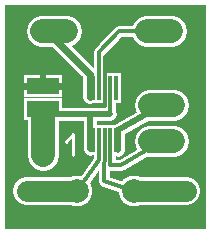
<source format=gbr>
%FSLAX34Y34*%
%MOMM*%
%LNCOPPER_TOP*%
G71*
G01*
%ADD10R, 0.900X2.600*%
%ADD11C, 2.600*%
%ADD12C, 2.600*%
%ADD13C, 0.900*%
%ADD14C, 1.200*%
%ADD15C, 1.100*%
%ADD16C, 0.222*%
%ADD17R, 3.300X1.950*%
%ADD18C, 2.400*%
%ADD19C, 0.300*%
%ADD20C, 0.518*%
%ADD21R, 0.300X2.000*%
%ADD22C, 2.000*%
%ADD23C, 2.000*%
%ADD24C, 0.600*%
%ADD25C, 0.500*%
%ADD26R, 2.700X1.350*%
%ADD27C, 1.800*%
%LPD*%
G36*
X0Y-125D02*
X170000Y-125D01*
X170000Y-190125D01*
X0Y-190125D01*
X0Y-125D01*
G37*
%LPC*%
X74295Y-70713D02*
G54D10*
D03*
X79295Y-70713D02*
G54D10*
D03*
X84295Y-70713D02*
G54D10*
D03*
X89295Y-70713D02*
G54D10*
D03*
X94295Y-70713D02*
G54D10*
D03*
X74295Y-114713D02*
G54D10*
D03*
X79295Y-114713D02*
G54D10*
D03*
X84295Y-114713D02*
G54D10*
D03*
X89295Y-114713D02*
G54D10*
D03*
X94295Y-114713D02*
G54D10*
D03*
G54D11*
X31750Y-127475D02*
X31750Y-107475D01*
G54D11*
X122556Y-115094D02*
X142556Y-115094D01*
G54D11*
X31275Y-22225D02*
X51275Y-22225D01*
G54D11*
X120175Y-22225D02*
X140175Y-22225D01*
G54D11*
X122556Y-84931D02*
X142556Y-84931D01*
X109504Y-157629D02*
G54D12*
D03*
X61104Y-157629D02*
G54D12*
D03*
G54D13*
X84295Y-117888D02*
X84138Y-148828D01*
X109504Y-157629D01*
G54D13*
X79295Y-117888D02*
X79375Y-131366D01*
X61211Y-157606D01*
G54D11*
X31750Y-117475D02*
X31805Y-92913D01*
G54D14*
X72231Y-77788D02*
X72231Y-58738D01*
X41275Y-28575D01*
X41275Y-22225D01*
G54D13*
X79375Y-70644D02*
X79375Y-39688D01*
X96838Y-22225D01*
X130175Y-22225D01*
G54D15*
X72231Y-122238D02*
X72231Y-92869D01*
G54D13*
X89297Y-114697D02*
X89297Y-135334D01*
X98028Y-135334D01*
X132556Y-115094D01*
X132556Y-115094D01*
G54D15*
X132556Y-84931D02*
X96044Y-106362D01*
X96044Y-123031D01*
G54D16*
X51277Y-116038D02*
X57944Y-109371D01*
X57944Y-127149D01*
X31805Y-69151D02*
G54D17*
D03*
X31805Y-88151D02*
G54D17*
D03*
G54D18*
X109504Y-157629D02*
X152867Y-157629D01*
G54D18*
X61104Y-157629D02*
X18980Y-157629D01*
G54D15*
X88900Y-92472D02*
X38100Y-92472D01*
G54D13*
X89295Y-70713D02*
X89297Y-90884D01*
G54D19*
X84295Y-70713D02*
X84297Y-85328D01*
G54D19*
X84295Y-44122D02*
X84297Y-65881D01*
%LPD*%
G54D19*
G36*
X82795Y-70713D02*
X82795Y-57213D01*
X85795Y-57213D01*
X85795Y-70713D01*
X82795Y-70713D01*
G37*
G36*
X85795Y-70713D02*
X85795Y-84213D01*
X82795Y-84213D01*
X82795Y-70713D01*
X85795Y-70713D01*
G37*
G54D20*
G36*
X31805Y-66563D02*
X48805Y-66563D01*
X48805Y-71738D01*
X31805Y-71738D01*
X31805Y-66563D01*
G37*
G36*
X31805Y-71738D02*
X14805Y-71738D01*
X14805Y-66563D01*
X31805Y-66563D01*
X31805Y-71738D01*
G37*
G36*
X29218Y-69151D02*
X29218Y-58901D01*
X34393Y-58901D01*
X34393Y-69151D01*
X29218Y-69151D01*
G37*
X74295Y-70713D02*
G54D21*
D03*
X79295Y-70713D02*
G54D21*
D03*
X84295Y-70713D02*
G54D21*
D03*
X89295Y-70713D02*
G54D21*
D03*
X94295Y-70713D02*
G54D21*
D03*
X74295Y-114713D02*
G54D21*
D03*
X79295Y-114713D02*
G54D21*
D03*
X84295Y-114713D02*
G54D21*
D03*
X89295Y-114713D02*
G54D21*
D03*
X94295Y-114713D02*
G54D21*
D03*
G54D22*
X31750Y-127475D02*
X31750Y-107475D01*
G54D22*
X122556Y-115094D02*
X142556Y-115094D01*
G54D22*
X31275Y-22225D02*
X51275Y-22225D01*
G54D22*
X120175Y-22225D02*
X140175Y-22225D01*
G54D22*
X122556Y-84931D02*
X142556Y-84931D01*
X109504Y-157629D02*
G54D23*
D03*
X61104Y-157629D02*
G54D23*
D03*
G54D19*
X84295Y-117888D02*
X84138Y-148828D01*
X109504Y-157629D01*
G54D19*
X79295Y-117888D02*
X79375Y-131366D01*
X61211Y-157606D01*
G54D22*
X31750Y-117475D02*
X31805Y-92913D01*
G54D24*
X72231Y-77788D02*
X72231Y-58738D01*
X41275Y-28575D01*
X41275Y-22225D01*
G54D19*
X79375Y-70644D02*
X79375Y-39688D01*
X96838Y-22225D01*
X130175Y-22225D01*
G54D25*
X72231Y-122238D02*
X72231Y-92869D01*
G54D19*
X89297Y-114697D02*
X89297Y-135334D01*
X98028Y-135334D01*
X132556Y-115094D01*
X132556Y-115094D01*
G54D25*
X132556Y-84931D02*
X96044Y-106362D01*
X96044Y-123031D01*
X31805Y-69151D02*
G54D26*
D03*
X31805Y-88151D02*
G54D26*
D03*
G54D27*
X109504Y-157629D02*
X152867Y-157629D01*
G54D27*
X61104Y-157629D02*
X18980Y-157629D01*
G54D25*
X88900Y-92472D02*
X38100Y-92472D01*
G54D19*
X89295Y-70713D02*
X89297Y-90884D01*
G54D19*
X84295Y-70713D02*
X84297Y-85328D01*
G54D19*
X84295Y-44122D02*
X84297Y-65881D01*
M02*

</source>
